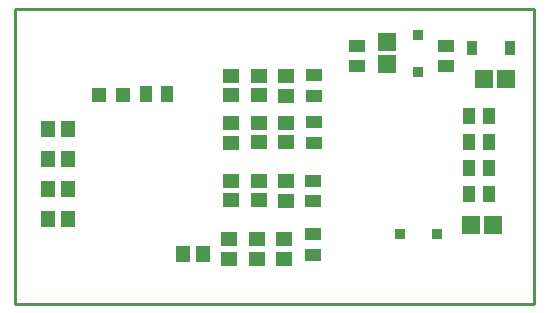
<source format=gtp>
G04*
G04 #@! TF.GenerationSoftware,Altium Limited,Altium Designer,20.2.7 (254)*
G04*
G04 Layer_Color=8421504*
%FSLAX43Y43*%
%MOMM*%
G71*
G04*
G04 #@! TF.SameCoordinates,DF3CF367-A293-4906-87DF-23C10940DAFD*
G04*
G04*
G04 #@! TF.FilePolarity,Positive*
G04*
G01*
G75*
%ADD10C,0.254*%
%ADD13R,1.500X1.550*%
%ADD14R,0.900X0.950*%
%ADD15R,0.910X1.220*%
%ADD16R,0.950X0.900*%
%ADD17R,1.400X1.100*%
%ADD18R,1.100X1.400*%
%ADD19R,1.550X1.500*%
%ADD20R,1.450X1.300*%
%ADD21R,1.300X1.450*%
%ADD22R,1.200X1.200*%
D10*
X44000Y18750D02*
Y25000D01*
Y0D02*
Y6250D01*
X0Y0D02*
Y25000D01*
X44000D01*
Y6250D02*
Y18750D01*
X0Y0D02*
X44000D01*
D13*
X38635Y6686D02*
D03*
X40485D02*
D03*
X41632Y19055D02*
D03*
X39782D02*
D03*
D14*
X35756Y5934D02*
D03*
X32606D02*
D03*
D15*
X38711Y21714D02*
D03*
X41981D02*
D03*
D16*
X34187Y19663D02*
D03*
Y22813D02*
D03*
D17*
X29004Y20125D02*
D03*
Y21875D02*
D03*
X36492Y20125D02*
D03*
Y21875D02*
D03*
X25256Y5890D02*
D03*
Y4140D02*
D03*
X25282Y8702D02*
D03*
Y10452D02*
D03*
X25344Y13646D02*
D03*
Y15396D02*
D03*
Y17634D02*
D03*
Y19384D02*
D03*
D18*
X38458Y9301D02*
D03*
X40208D02*
D03*
X38458Y15962D02*
D03*
X40208D02*
D03*
X38458Y11534D02*
D03*
X40208D02*
D03*
X38458Y13757D02*
D03*
X40208D02*
D03*
X11124Y17796D02*
D03*
X12874D02*
D03*
D19*
X31558Y22184D02*
D03*
Y20334D02*
D03*
D20*
X22990Y8752D02*
D03*
Y10402D02*
D03*
X18132Y5483D02*
D03*
Y3832D02*
D03*
X20489Y5483D02*
D03*
Y3833D02*
D03*
X22847Y5483D02*
D03*
Y3832D02*
D03*
X18348Y10417D02*
D03*
Y8767D02*
D03*
X20684Y10417D02*
D03*
Y8767D02*
D03*
X18348Y15323D02*
D03*
Y13673D02*
D03*
X20682Y15346D02*
D03*
Y13696D02*
D03*
X22990Y15346D02*
D03*
Y13696D02*
D03*
X18298Y17677D02*
D03*
Y19327D02*
D03*
X20685Y17677D02*
D03*
Y19327D02*
D03*
X22990Y17650D02*
D03*
Y19300D02*
D03*
D21*
X4482Y7216D02*
D03*
X2832Y12283D02*
D03*
X4482D02*
D03*
X2832Y9749D02*
D03*
X4482D02*
D03*
X2832Y7216D02*
D03*
X15923Y4250D02*
D03*
X14273D02*
D03*
X4482Y14779D02*
D03*
X2832D02*
D03*
D22*
X9219Y17696D02*
D03*
X7119D02*
D03*
M02*

</source>
